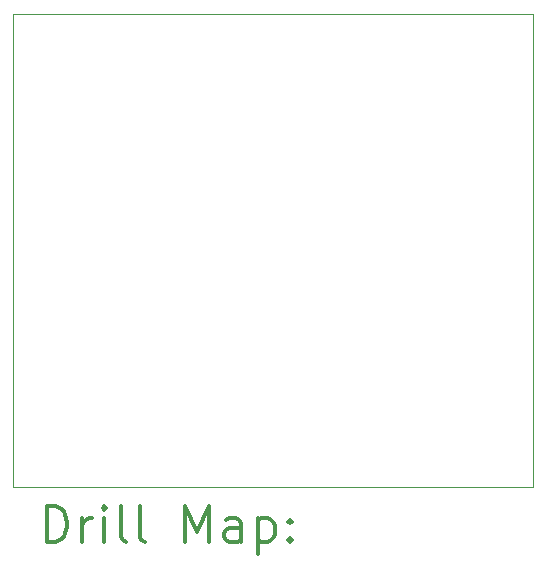
<source format=gbr>
%FSLAX45Y45*%
G04 Gerber Fmt 4.5, Leading zero omitted, Abs format (unit mm)*
G04 Created by KiCad (PCBNEW 5.1.10-88a1d61d58~90~ubuntu20.04.1) date 2021-11-23 17:05:49*
%MOMM*%
%LPD*%
G01*
G04 APERTURE LIST*
%TA.AperFunction,Profile*%
%ADD10C,0.050000*%
%TD*%
%ADD11C,0.200000*%
%ADD12C,0.300000*%
G04 APERTURE END LIST*
D10*
X11800000Y-6500000D02*
X12000000Y-6500000D01*
X11800000Y-10500000D02*
X11800000Y-6500000D01*
X12000000Y-10500000D02*
X11800000Y-10500000D01*
X16200000Y-10500000D02*
X16000000Y-10500000D01*
X16200000Y-6500000D02*
X16200000Y-10500000D01*
X16000000Y-6500000D02*
X16200000Y-6500000D01*
X16000000Y-10500000D02*
X12000000Y-10500000D01*
X12000000Y-6500000D02*
X16000000Y-6500000D01*
D11*
D12*
X12083928Y-10968214D02*
X12083928Y-10668214D01*
X12155357Y-10668214D01*
X12198214Y-10682500D01*
X12226786Y-10711072D01*
X12241071Y-10739643D01*
X12255357Y-10796786D01*
X12255357Y-10839643D01*
X12241071Y-10896786D01*
X12226786Y-10925357D01*
X12198214Y-10953929D01*
X12155357Y-10968214D01*
X12083928Y-10968214D01*
X12383928Y-10968214D02*
X12383928Y-10768214D01*
X12383928Y-10825357D02*
X12398214Y-10796786D01*
X12412500Y-10782500D01*
X12441071Y-10768214D01*
X12469643Y-10768214D01*
X12569643Y-10968214D02*
X12569643Y-10768214D01*
X12569643Y-10668214D02*
X12555357Y-10682500D01*
X12569643Y-10696786D01*
X12583928Y-10682500D01*
X12569643Y-10668214D01*
X12569643Y-10696786D01*
X12755357Y-10968214D02*
X12726786Y-10953929D01*
X12712500Y-10925357D01*
X12712500Y-10668214D01*
X12912500Y-10968214D02*
X12883928Y-10953929D01*
X12869643Y-10925357D01*
X12869643Y-10668214D01*
X13255357Y-10968214D02*
X13255357Y-10668214D01*
X13355357Y-10882500D01*
X13455357Y-10668214D01*
X13455357Y-10968214D01*
X13726786Y-10968214D02*
X13726786Y-10811072D01*
X13712500Y-10782500D01*
X13683928Y-10768214D01*
X13626786Y-10768214D01*
X13598214Y-10782500D01*
X13726786Y-10953929D02*
X13698214Y-10968214D01*
X13626786Y-10968214D01*
X13598214Y-10953929D01*
X13583928Y-10925357D01*
X13583928Y-10896786D01*
X13598214Y-10868214D01*
X13626786Y-10853929D01*
X13698214Y-10853929D01*
X13726786Y-10839643D01*
X13869643Y-10768214D02*
X13869643Y-11068214D01*
X13869643Y-10782500D02*
X13898214Y-10768214D01*
X13955357Y-10768214D01*
X13983928Y-10782500D01*
X13998214Y-10796786D01*
X14012500Y-10825357D01*
X14012500Y-10911072D01*
X13998214Y-10939643D01*
X13983928Y-10953929D01*
X13955357Y-10968214D01*
X13898214Y-10968214D01*
X13869643Y-10953929D01*
X14141071Y-10939643D02*
X14155357Y-10953929D01*
X14141071Y-10968214D01*
X14126786Y-10953929D01*
X14141071Y-10939643D01*
X14141071Y-10968214D01*
X14141071Y-10782500D02*
X14155357Y-10796786D01*
X14141071Y-10811072D01*
X14126786Y-10796786D01*
X14141071Y-10782500D01*
X14141071Y-10811072D01*
M02*

</source>
